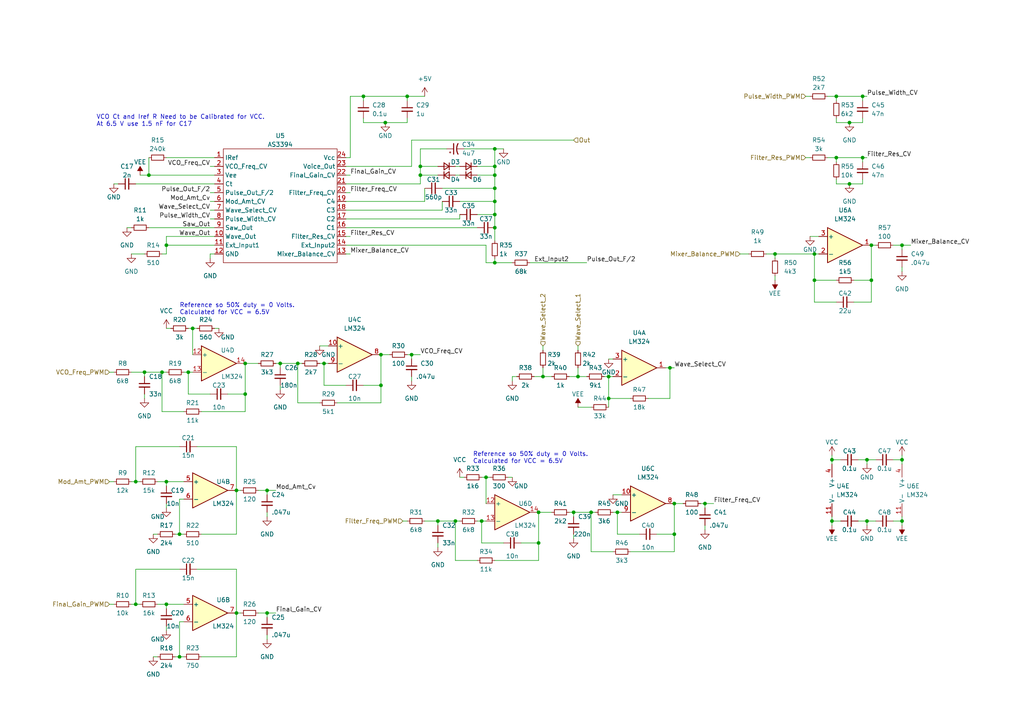
<source format=kicad_sch>
(kicad_sch (version 20211123) (generator eeschema)
  (paper "A4")
  (junction (at 48.26 71.12))
  (junction (at 143.51 76.2))
  (junction (at 68.58 177.8))
  (junction (at 52.07 190.5))
  (junction (at 195.58 146.05))
  (junction (at 204.47 146.05))
  (junction (at 176.53 109.22))
  (junction (at 242.57 27.94))
  (junction (at 71.12 114.3))
  (junction (at 77.47 177.8))
  (junction (at 250.19 45.72))
  (junction (at 54.61 107.95))
  (junction (at 157.48 109.22))
  (junction (at 250.19 27.94))
  (junction (at 52.07 154.94))
  (junction (at 156.21 157.48))
  (junction (at 179.07 148.59))
  (junction (at 166.37 148.59))
  (junction (at 143.51 54.61))
  (junction (at 194.31 106.68))
  (junction (at 110.49 102.87))
  (junction (at 77.47 142.24))
  (junction (at 86.36 105.41))
  (junction (at 252.73 71.12))
  (junction (at 261.62 71.12))
  (junction (at 48.26 139.7))
  (junction (at 143.51 48.26))
  (junction (at 251.46 133.35))
  (junction (at 251.46 151.13))
  (junction (at 119.38 102.87))
  (junction (at 236.22 73.66))
  (junction (at 110.49 111.76))
  (junction (at 252.73 81.28))
  (junction (at 81.28 105.41))
  (junction (at 195.58 154.94))
  (junction (at 127 151.13))
  (junction (at 41.91 107.95))
  (junction (at 68.58 142.24))
  (junction (at 261.62 133.35))
  (junction (at 43.18 50.8))
  (junction (at 121.92 50.8))
  (junction (at 242.57 45.72))
  (junction (at 39.37 139.7))
  (junction (at 143.51 50.8))
  (junction (at 176.53 115.57))
  (junction (at 111.76 35.56))
  (junction (at 167.64 109.22))
  (junction (at 39.37 175.26))
  (junction (at 55.88 95.25))
  (junction (at 241.3 133.35))
  (junction (at 139.7 151.13))
  (junction (at 224.79 73.66))
  (junction (at 143.51 66.04))
  (junction (at 241.3 151.13))
  (junction (at 121.92 48.26))
  (junction (at 143.51 43.18))
  (junction (at 246.38 53.34))
  (junction (at 71.12 105.41))
  (junction (at 143.51 62.23))
  (junction (at 156.21 148.59))
  (junction (at 118.11 27.94))
  (junction (at 261.62 151.13))
  (junction (at 236.22 81.28))
  (junction (at 132.08 151.13))
  (junction (at 46.99 107.95))
  (junction (at 171.45 148.59))
  (junction (at 246.38 35.56))
  (junction (at 48.26 175.26))
  (junction (at 143.51 58.42))
  (junction (at 140.97 138.43))
  (junction (at 105.41 27.94))
  (junction (at 93.98 105.41))
  (wire (pts (xy 105.41 27.94) (xy 118.11 27.94)))
  (wire (pts (xy 242.57 87.63) (xy 236.22 87.63)))
  (wire (pts (xy 240.03 45.72) (xy 242.57 45.72)))
  (wire (pts (xy 261.62 133.35) (xy 261.62 134.62)))
  (wire (pts (xy 100.33 45.72) (xy 101.6 45.72)))
  (wire (pts (xy 52.07 190.5) (xy 53.34 190.5)))
  (wire (pts (xy 77.47 177.8) (xy 80.01 177.8)))
  (wire (pts (xy 105.41 29.21) (xy 105.41 27.94)))
  (wire (pts (xy 194.31 106.68) (xy 193.04 106.68)))
  (wire (pts (xy 156.21 148.59) (xy 156.21 157.48)))
  (wire (pts (xy 241.3 151.13) (xy 243.84 151.13)))
  (wire (pts (xy 241.3 133.35) (xy 241.3 134.62)))
  (wire (pts (xy 116.84 151.13) (xy 118.11 151.13)))
  (wire (pts (xy 52.07 154.94) (xy 53.34 154.94)))
  (wire (pts (xy 45.72 139.7) (xy 48.26 139.7)))
  (wire (pts (xy 128.27 60.96) (xy 128.27 58.42)))
  (wire (pts (xy 224.79 74.93) (xy 224.79 73.66)))
  (wire (pts (xy 171.45 148.59) (xy 172.72 148.59)))
  (wire (pts (xy 58.42 154.94) (xy 68.58 154.94)))
  (wire (pts (xy 242.57 52.07) (xy 242.57 53.34)))
  (wire (pts (xy 100.33 63.5) (xy 133.35 63.5)))
  (wire (pts (xy 140.97 76.2) (xy 143.51 76.2)))
  (wire (pts (xy 80.01 105.41) (xy 81.28 105.41)))
  (wire (pts (xy 48.26 175.26) (xy 48.26 176.53)))
  (wire (pts (xy 190.5 154.94) (xy 195.58 154.94)))
  (wire (pts (xy 48.26 95.25) (xy 49.53 95.25)))
  (wire (pts (xy 100.33 73.66) (xy 101.6 73.66)))
  (wire (pts (xy 119.38 40.64) (xy 166.37 40.64)))
  (wire (pts (xy 165.1 109.22) (xy 167.64 109.22)))
  (wire (pts (xy 77.47 184.15) (xy 77.47 185.42)))
  (wire (pts (xy 48.26 68.58) (xy 48.26 71.12)))
  (wire (pts (xy 38.1 139.7) (xy 39.37 139.7)))
  (wire (pts (xy 176.53 115.57) (xy 182.88 115.57)))
  (wire (pts (xy 251.46 151.13) (xy 254 151.13)))
  (wire (pts (xy 55.88 95.25) (xy 55.88 102.87)))
  (wire (pts (xy 250.19 35.56) (xy 250.19 34.29)))
  (wire (pts (xy 157.48 106.68) (xy 157.48 109.22)))
  (wire (pts (xy 100.33 60.96) (xy 128.27 60.96)))
  (wire (pts (xy 236.22 73.66) (xy 237.49 73.66)))
  (wire (pts (xy 38.1 107.95) (xy 41.91 107.95)))
  (wire (pts (xy 182.88 160.02) (xy 195.58 160.02)))
  (wire (pts (xy 97.79 116.84) (xy 110.49 116.84)))
  (wire (pts (xy 148.59 109.22) (xy 148.59 110.49)))
  (wire (pts (xy 132.08 151.13) (xy 127 151.13)))
  (wire (pts (xy 100.33 66.04) (xy 138.43 66.04)))
  (wire (pts (xy 143.51 48.26) (xy 143.51 50.8)))
  (wire (pts (xy 195.58 146.05) (xy 195.58 154.94)))
  (wire (pts (xy 53.34 107.95) (xy 54.61 107.95)))
  (wire (pts (xy 224.79 73.66) (xy 236.22 73.66)))
  (wire (pts (xy 250.19 46.99) (xy 250.19 45.72)))
  (wire (pts (xy 38.1 66.04) (xy 36.83 66.04)))
  (wire (pts (xy 121.92 53.34) (xy 121.92 50.8)))
  (wire (pts (xy 39.37 165.1) (xy 39.37 175.26)))
  (wire (pts (xy 43.18 66.04) (xy 62.23 66.04)))
  (wire (pts (xy 156.21 157.48) (xy 156.21 162.56)))
  (wire (pts (xy 39.37 139.7) (xy 40.64 139.7)))
  (wire (pts (xy 77.47 142.24) (xy 80.01 142.24)))
  (wire (pts (xy 167.64 118.11) (xy 171.45 118.11)))
  (wire (pts (xy 251.46 133.35) (xy 254 133.35)))
  (wire (pts (xy 60.96 63.5) (xy 62.23 63.5)))
  (wire (pts (xy 48.26 181.61) (xy 48.26 182.88)))
  (wire (pts (xy 86.36 105.41) (xy 87.63 105.41)))
  (wire (pts (xy 140.97 71.12) (xy 140.97 76.2)))
  (wire (pts (xy 177.8 143.51) (xy 180.34 143.51)))
  (wire (pts (xy 81.28 105.41) (xy 86.36 105.41)))
  (wire (pts (xy 92.71 100.33) (xy 95.25 100.33)))
  (wire (pts (xy 48.26 107.95) (xy 46.99 107.95)))
  (wire (pts (xy 100.33 71.12) (xy 140.97 71.12)))
  (wire (pts (xy 86.36 105.41) (xy 86.36 116.84)))
  (wire (pts (xy 187.96 115.57) (xy 194.31 115.57)))
  (wire (pts (xy 138.43 50.8) (xy 143.51 50.8)))
  (wire (pts (xy 68.58 177.8) (xy 69.85 177.8)))
  (wire (pts (xy 166.37 154.94) (xy 166.37 156.21)))
  (wire (pts (xy 46.99 107.95) (xy 41.91 107.95)))
  (wire (pts (xy 246.38 35.56) (xy 250.19 35.56)))
  (wire (pts (xy 242.57 81.28) (xy 236.22 81.28)))
  (wire (pts (xy 171.45 160.02) (xy 177.8 160.02)))
  (wire (pts (xy 101.6 27.94) (xy 105.41 27.94)))
  (wire (pts (xy 71.12 114.3) (xy 71.12 119.38)))
  (wire (pts (xy 179.07 148.59) (xy 180.34 148.59)))
  (wire (pts (xy 48.26 71.12) (xy 62.23 71.12)))
  (wire (pts (xy 241.3 151.13) (xy 241.3 152.4)))
  (wire (pts (xy 240.03 27.94) (xy 242.57 27.94)))
  (wire (pts (xy 167.64 106.68) (xy 167.64 109.22)))
  (wire (pts (xy 48.26 146.05) (xy 48.26 147.32)))
  (wire (pts (xy 53.34 144.78) (xy 52.07 144.78)))
  (wire (pts (xy 60.96 58.42) (xy 62.23 58.42)))
  (wire (pts (xy 60.96 60.96) (xy 62.23 60.96)))
  (wire (pts (xy 132.08 151.13) (xy 132.08 162.56)))
  (wire (pts (xy 46.99 107.95) (xy 46.99 119.38)))
  (wire (pts (xy 251.46 151.13) (xy 251.46 152.4)))
  (wire (pts (xy 60.96 74.93) (xy 60.96 73.66)))
  (wire (pts (xy 41.91 107.95) (xy 41.91 109.22)))
  (wire (pts (xy 250.19 45.72) (xy 251.46 45.72)))
  (wire (pts (xy 139.7 151.13) (xy 139.7 157.48)))
  (wire (pts (xy 247.65 81.28) (xy 252.73 81.28)))
  (wire (pts (xy 149.86 109.22) (xy 148.59 109.22)))
  (wire (pts (xy 100.33 53.34) (xy 121.92 53.34)))
  (wire (pts (xy 252.73 71.12) (xy 252.73 81.28)))
  (wire (pts (xy 86.36 116.84) (xy 92.71 116.84)))
  (wire (pts (xy 118.11 27.94) (xy 118.11 29.21)))
  (wire (pts (xy 93.98 105.41) (xy 93.98 111.76)))
  (wire (pts (xy 31.75 139.7) (xy 33.02 139.7)))
  (wire (pts (xy 92.71 105.41) (xy 93.98 105.41)))
  (wire (pts (xy 242.57 53.34) (xy 246.38 53.34)))
  (wire (pts (xy 81.28 111.76) (xy 81.28 113.03)))
  (wire (pts (xy 157.48 100.33) (xy 157.48 101.6)))
  (wire (pts (xy 132.08 48.26) (xy 133.35 48.26)))
  (wire (pts (xy 259.08 151.13) (xy 261.62 151.13)))
  (wire (pts (xy 143.51 162.56) (xy 156.21 162.56)))
  (wire (pts (xy 250.19 53.34) (xy 250.19 52.07)))
  (wire (pts (xy 54.61 107.95) (xy 55.88 107.95)))
  (wire (pts (xy 146.05 43.18) (xy 143.51 43.18)))
  (wire (pts (xy 204.47 146.05) (xy 203.2 146.05)))
  (wire (pts (xy 48.26 139.7) (xy 53.34 139.7)))
  (wire (pts (xy 261.62 77.47) (xy 261.62 78.74)))
  (wire (pts (xy 241.3 132.08) (xy 241.3 133.35)))
  (wire (pts (xy 38.1 175.26) (xy 39.37 175.26)))
  (wire (pts (xy 140.97 138.43) (xy 142.24 138.43)))
  (wire (pts (xy 143.51 74.93) (xy 143.51 76.2)))
  (wire (pts (xy 43.18 50.8) (xy 62.23 50.8)))
  (wire (pts (xy 48.26 175.26) (xy 53.34 175.26)))
  (wire (pts (xy 45.72 175.26) (xy 48.26 175.26)))
  (wire (pts (xy 54.61 95.25) (xy 55.88 95.25)))
  (wire (pts (xy 68.58 165.1) (xy 68.58 177.8)))
  (wire (pts (xy 259.08 133.35) (xy 261.62 133.35)))
  (wire (pts (xy 167.64 100.33) (xy 167.64 101.6)))
  (wire (pts (xy 93.98 105.41) (xy 95.25 105.41)))
  (wire (pts (xy 204.47 146.05) (xy 207.01 146.05)))
  (wire (pts (xy 143.51 76.2) (xy 148.59 76.2)))
  (wire (pts (xy 143.51 62.23) (xy 143.51 58.42)))
  (wire (pts (xy 34.29 53.34) (xy 33.02 53.34)))
  (wire (pts (xy 118.11 27.94) (xy 123.19 27.94)))
  (wire (pts (xy 121.92 48.26) (xy 127 48.26)))
  (wire (pts (xy 134.62 43.18) (xy 143.51 43.18)))
  (wire (pts (xy 252.73 87.63) (xy 247.65 87.63)))
  (wire (pts (xy 133.35 63.5) (xy 133.35 62.23)))
  (wire (pts (xy 261.62 149.86) (xy 261.62 151.13)))
  (wire (pts (xy 250.19 27.94) (xy 251.46 27.94)))
  (wire (pts (xy 60.96 73.66) (xy 62.23 73.66)))
  (wire (pts (xy 252.73 81.28) (xy 252.73 87.63)))
  (wire (pts (xy 171.45 148.59) (xy 171.45 160.02)))
  (wire (pts (xy 105.41 35.56) (xy 111.76 35.56)))
  (wire (pts (xy 52.07 180.34) (xy 52.07 190.5)))
  (wire (pts (xy 39.37 129.54) (xy 52.07 129.54)))
  (wire (pts (xy 132.08 50.8) (xy 133.35 50.8)))
  (wire (pts (xy 250.19 29.21) (xy 250.19 27.94)))
  (wire (pts (xy 74.93 142.24) (xy 77.47 142.24)))
  (wire (pts (xy 251.46 133.35) (xy 251.46 134.62)))
  (wire (pts (xy 39.37 175.26) (xy 40.64 175.26)))
  (wire (pts (xy 54.61 114.3) (xy 60.96 114.3)))
  (wire (pts (xy 68.58 129.54) (xy 68.58 142.24)))
  (wire (pts (xy 31.75 175.26) (xy 33.02 175.26)))
  (wire (pts (xy 46.99 119.38) (xy 53.34 119.38)))
  (wire (pts (xy 58.42 119.38) (xy 71.12 119.38)))
  (wire (pts (xy 39.37 165.1) (xy 52.07 165.1)))
  (wire (pts (xy 60.96 55.88) (xy 62.23 55.88)))
  (wire (pts (xy 39.37 53.34) (xy 62.23 53.34)))
  (wire (pts (xy 147.32 138.43) (xy 148.59 138.43)))
  (wire (pts (xy 77.47 179.07) (xy 77.47 177.8)))
  (wire (pts (xy 119.38 109.22) (xy 119.38 110.49)))
  (wire (pts (xy 250.19 27.94) (xy 242.57 27.94)))
  (wire (pts (xy 236.22 87.63) (xy 236.22 81.28)))
  (wire (pts (xy 252.73 71.12) (xy 254 71.12)))
  (wire (pts (xy 44.45 154.94) (xy 45.72 154.94)))
  (wire (pts (xy 133.35 138.43) (xy 134.62 138.43)))
  (wire (pts (xy 138.43 62.23) (xy 143.51 62.23)))
  (wire (pts (xy 57.15 165.1) (xy 68.58 165.1)))
  (wire (pts (xy 40.64 50.8) (xy 43.18 50.8)))
  (wire (pts (xy 157.48 109.22) (xy 160.02 109.22)))
  (wire (pts (xy 153.67 76.2) (xy 170.18 76.2)))
  (wire (pts (xy 111.76 35.56) (xy 118.11 35.56)))
  (wire (pts (xy 48.26 68.58) (xy 62.23 68.58)))
  (wire (pts (xy 105.41 111.76) (xy 110.49 111.76)))
  (wire (pts (xy 132.08 162.56) (xy 138.43 162.56)))
  (wire (pts (xy 74.93 177.8) (xy 77.47 177.8)))
  (wire (pts (xy 179.07 148.59) (xy 179.07 154.94)))
  (wire (pts (xy 151.13 157.48) (xy 156.21 157.48)))
  (wire (pts (xy 143.51 66.04) (xy 143.51 62.23)))
  (wire (pts (xy 248.92 133.35) (xy 251.46 133.35)))
  (wire (pts (xy 119.38 102.87) (xy 118.11 102.87)))
  (wire (pts (xy 167.64 109.22) (xy 170.18 109.22)))
  (wire (pts (xy 101.6 45.72) (xy 101.6 27.94)))
  (wire (pts (xy 119.38 40.64) (xy 119.38 48.26)))
  (wire (pts (xy 261.62 132.08) (xy 261.62 133.35)))
  (wire (pts (xy 233.68 27.94) (xy 234.95 27.94)))
  (wire (pts (xy 261.62 71.12) (xy 259.08 71.12)))
  (wire (pts (xy 71.12 105.41) (xy 74.93 105.41)))
  (wire (pts (xy 176.53 115.57) (xy 176.53 118.11)))
  (wire (pts (xy 143.51 54.61) (xy 128.27 54.61)))
  (wire (pts (xy 57.15 129.54) (xy 68.58 129.54)))
  (wire (pts (xy 71.12 105.41) (xy 71.12 114.3)))
  (wire (pts (xy 43.18 45.72) (xy 43.18 50.8)))
  (wire (pts (xy 139.7 157.48) (xy 146.05 157.48)))
  (wire (pts (xy 176.53 109.22) (xy 176.53 115.57)))
  (wire (pts (xy 242.57 34.29) (xy 242.57 35.56)))
  (wire (pts (xy 58.42 190.5) (xy 68.58 190.5)))
  (wire (pts (xy 39.37 129.54) (xy 39.37 139.7)))
  (wire (pts (xy 100.33 50.8) (xy 101.6 50.8)))
  (wire (pts (xy 38.1 73.66) (xy 41.91 73.66)))
  (wire (pts (xy 224.79 80.01) (xy 224.79 81.28)))
  (wire (pts (xy 110.49 111.76) (xy 110.49 116.84)))
  (wire (pts (xy 234.95 68.58) (xy 237.49 68.58)))
  (wire (pts (xy 110.49 102.87) (xy 113.03 102.87)))
  (wire (pts (xy 214.63 73.66) (xy 217.17 73.66)))
  (wire (pts (xy 46.99 73.66) (xy 48.26 73.66)))
  (wire (pts (xy 100.33 58.42) (xy 123.19 58.42)))
  (wire (pts (xy 176.53 104.14) (xy 177.8 104.14)))
  (wire (pts (xy 154.94 109.22) (xy 157.48 109.22)))
  (wire (pts (xy 143.51 58.42) (xy 143.51 54.61)))
  (wire (pts (xy 121.92 43.18) (xy 129.54 43.18)))
  (wire (pts (xy 68.58 142.24) (xy 69.85 142.24)))
  (wire (pts (xy 68.58 154.94) (xy 68.58 142.24)))
  (wire (pts (xy 166.37 149.86) (xy 166.37 148.59)))
  (wire (pts (xy 54.61 107.95) (xy 54.61 114.3)))
  (wire (pts (xy 121.92 50.8) (xy 121.92 48.26)))
  (wire (pts (xy 248.92 151.13) (xy 251.46 151.13)))
  (wire (pts (xy 119.38 104.14) (xy 119.38 102.87)))
  (wire (pts (xy 165.1 148.59) (xy 166.37 148.59)))
  (wire (pts (xy 195.58 154.94) (xy 195.58 160.02)))
  (wire (pts (xy 261.62 72.39) (xy 261.62 71.12)))
  (wire (pts (xy 48.26 45.72) (xy 62.23 45.72)))
  (wire (pts (xy 100.33 48.26) (xy 119.38 48.26)))
  (wire (pts (xy 241.3 149.86) (xy 241.3 151.13)))
  (wire (pts (xy 242.57 35.56) (xy 246.38 35.56)))
  (wire (pts (xy 60.96 48.26) (xy 62.23 48.26)))
  (wire (pts (xy 143.51 43.18) (xy 143.51 48.26)))
  (wire (pts (xy 261.62 71.12) (xy 264.16 71.12)))
  (wire (pts (xy 52.07 180.34) (xy 53.34 180.34)))
  (wire (pts (xy 179.07 154.94) (xy 185.42 154.94)))
  (wire (pts (xy 250.19 45.72) (xy 242.57 45.72)))
  (wire (pts (xy 166.37 148.59) (xy 171.45 148.59)))
  (wire (pts (xy 55.88 95.25) (xy 57.15 95.25)))
  (wire (pts (xy 62.23 95.25) (xy 63.5 95.25)))
  (wire (pts (xy 246.38 53.34) (xy 250.19 53.34)))
  (wire (pts (xy 81.28 106.68) (xy 81.28 105.41)))
  (wire (pts (xy 176.53 109.22) (xy 177.8 109.22)))
  (wire (pts (xy 139.7 138.43) (xy 140.97 138.43)))
  (wire (pts (xy 233.68 45.72) (xy 234.95 45.72)))
  (wire (pts (xy 139.7 151.13) (xy 140.97 151.13)))
  (wire (pts (xy 100.33 55.88) (xy 101.6 55.88)))
  (wire (pts (xy 48.26 71.12) (xy 48.26 73.66)))
  (wire (pts (xy 66.04 114.3) (xy 71.12 114.3)))
  (wire (pts (xy 204.47 147.32) (xy 204.47 146.05)))
  (wire (pts (xy 123.19 151.13) (xy 127 151.13)))
  (wire (pts (xy 100.33 68.58) (xy 101.6 68.58)))
  (wire (pts (xy 118.11 34.29) (xy 118.11 35.56)))
  (wire (pts (xy 194.31 106.68) (xy 195.58 106.68)))
  (wire (pts (xy 195.58 146.05) (xy 198.12 146.05)))
  (wire (pts (xy 143.51 50.8) (xy 143.51 54.61)))
  (wire (pts (xy 105.41 34.29) (xy 105.41 35.56)))
  (wire (pts (xy 127 157.48) (xy 127 158.75)))
  (wire (pts (xy 44.45 190.5) (xy 45.72 190.5)))
  (wire (pts (xy 261.62 151.13) (xy 261.62 152.4)))
  (wire (pts (xy 143.51 66.04) (xy 143.51 69.85)))
  (wire (pts (xy 77.47 143.51) (xy 77.47 142.24)))
  (wire (pts (xy 123.19 58.42) (xy 123.19 54.61)))
  (wire (pts (xy 241.3 133.35) (xy 243.84 133.35)))
  (wire (pts (xy 31.75 107.95) (xy 33.02 107.95)))
  (wire (pts (xy 204.47 152.4) (xy 204.47 153.67)))
  (wire (pts (xy 68.58 177.8) (xy 68.58 190.5)))
  (wire (pts (xy 236.22 81.28) (xy 236.22 73.66)))
  (wire (pts (xy 52.07 144.78) (xy 52.07 154.94)))
  (wire (pts (xy 177.8 148.59) (xy 179.07 148.59)))
  (wire (pts (xy 133.35 58.42) (xy 143.51 58.42)))
  (wire (pts (xy 127 151.13) (xy 127 152.4)))
  (wire (pts (xy 77.47 148.59) (xy 77.47 149.86)))
  (wire (pts (xy 119.38 102.87) (xy 121.92 102.87)))
  (wire (pts (xy 50.8 190.5) (xy 52.07 190.5)))
  (wire (pts (xy 121.92 43.18) (xy 121.92 48.26)))
  (wire (pts (xy 175.26 109.22) (xy 176.53 109.22)))
  (wire (pts (xy 194.31 115.57) (xy 194.31 106.68)))
  (wire (pts (xy 242.57 45.72) (xy 242.57 46.99)))
  (wire (pts (xy 48.26 139.7) (xy 48.26 140.97)))
  (wire (pts (xy 133.35 151.13) (xy 132.08 151.13)))
  (wire (pts (xy 224.79 73.66) (xy 222.25 73.66)))
  (wire (pts (xy 138.43 48.26) (xy 143.51 48.26)))
  (wire (pts (xy 138.43 151.13) (xy 139.7 151.13)))
  (wire (pts (xy 121.92 50.8) (xy 127 50.8)))
  (wire (pts (xy 156.21 148.59) (xy 160.02 148.59)))
  (wire (pts (xy 140.97 138.43) (xy 140.97 146.05)))
  (wire (pts (xy 242.57 27.94) (xy 242.57 29.21)))
  (wire (pts (xy 93.98 111.76) (xy 100.33 111.76)))
  (wire (pts (xy 41.91 114.3) (xy 41.91 115.57)))
  (wire (pts (xy 110.49 102.87) (xy 110.49 111.76)))
  (wire (pts (xy 50.8 154.94) (xy 52.07 154.94)))
  (text "Reference so 50% duty = 0 Volts. \nCalculated for VCC = 6.5V" (at 137.16 134.62 0) (effects (font (size 1.27 1.27)) (justify left bottom)))
  (text "Reference so 50% duty = 0 Volts. \nCalculated for VCC = 6.5V" (at 52.07 91.44 0) (effects (font (size 1.27 1.27)) (justify left bottom)))
  (text "VCO Ct and Iref R Need to be Calibrated for VCC.\nAt 6.5 V use 1.5 nF for C17" (at 27.94 36.83 0) (effects (font (size 1.27 1.27)) (justify left bottom)))
  (label "Final_Gain_CV" (at 80.01 177.8 0))
  (label "Filter_Res_CV" (at 251.46 45.72 0))
  (label "Wave_Select_CV" (at 195.58 106.68 0))
  (label "Pulse_Width_CV" (at 251.46 27.94 0))
  (label "Mixer_Balance_CV" (at 101.6 73.66 0))
  (label "Filter_Freq_CV" (at 207.01 146.05 0))
  (label "Filter_Freq_CV" (at 101.6 55.88 0))
  (label "Ext_Input2" (at 154.94 76.2 0))
  (label "VCO_Freq_CV" (at 60.96 48.26 180))
  (label "Wave_Out" (at 60.96 68.58 180))
  (label "Wave_Select_CV" (at 60.96 60.96 180))
  (label "VCO_Freq_CV" (at 121.92 102.87 0))
  (label "Mixer_Balance_CV" (at 264.16 71.12 0))
  (label "Mod_Amt_Cv" (at 60.96 58.42 180))
  (label "Pulse_Width_CV" (at 60.96 63.5 180))
  (label "Pulse_Out_F{slash}2" (at 60.96 55.88 180))
  (label "Mod_Amt_Cv" (at 80.01 142.24 0))
  (label "Pulse_Out_F{slash}2" (at 170.18 76.2 0))
  (label "Filter_Res_CV" (at 101.6 68.58 0))
  (label "Saw_Out" (at 60.96 66.04 180))
  (label "Final_Gain_CV" (at 101.6 50.8 0))
  (hierarchical_label "Mixer_Balance_PWM" (shape input) (at 214.63 73.66 180))
  (hierarchical_label "Final_Gain_PWM" (shape input) (at 31.75 175.26 180))
  (hierarchical_label "Mod_Amt_PWM" (shape input) (at 31.75 139.7 180))
  (hierarchical_label "Filter_Freq_PWM" (shape input) (at 116.84 151.13 180))
  (hierarchical_label "Wave_Select_2" (shape input) (at 157.48 100.33 90))
  (hierarchical_label "Pulse_Width_PWM" (shape input) (at 233.68 27.94 180))
  (hierarchical_label "Out" (shape input) (at 166.37 40.64 0))
  (hierarchical_label "Wave_Select_1" (shape input) (at 167.64 100.33 90))
  (hierarchical_label "VCO_Freq_PWM" (shape input) (at 31.75 107.95 180))
  (hierarchical_label "Filter_Res_PWM" (shape input) (at 233.68 45.72 180))
  (symbol (lib_id "Device:R_Small") (at 35.56 175.26 90) (unit 1)
    (property "Reference" "R10" (at 35.56 172.72 90))
    (property "Value" "10k" (at 35.56 177.8 90))
    (property "Footprint" "Resistor_SMD:R_0402_1005Metric" (effects hide))
  )
  (symbol (lib_id "Device:R_Small") (at 152.4 109.22 90) (unit 1)
    (property "Reference" "R38" (at 152.4 106.68 90))
    (property "Value" "2k" (at 152.4 111.76 90))
    (property "Footprint" "Resistor_SMD:R_0402_1005Metric" (effects hide))
  )
  (symbol (lib_id "Device:C_Small") (at 118.11 31.75 0) (unit 1)
    (property "Reference" "C29" (at 120.65 30.4862 0) (effects (justify left)))
    (property "Value" "1u" (at 120.65 33.0262 0) (effects (justify left)))
    (property "Footprint" "Capacitor_SMD:C_0402_1005Metric" (effects hide))
  )
  (symbol (lib_id "Device:C_Small") (at 54.61 129.54 90) (unit 1)
    (property "Reference" "C21" (at 54.61 127 90))
    (property "Value" "15n" (at 54.61 132.08 90))
    (property "Footprint" "Capacitor_SMD:C_0603_1608Metric" (effects hide))
  )
  (symbol (lib_id "Device:R_Small") (at 120.65 151.13 90) (unit 1)
    (property "Reference" "R31" (at 120.65 148.59 90))
    (property "Value" "6k8" (at 120.65 153.67 90))
    (property "Footprint" "Resistor_SMD:R_0402_1005Metric" (effects hide))
  )
  (symbol (lib_id "Device:C_Small") (at 48.26 143.51 0) (unit 1)
    (property "Reference" "C19" (at 49.53 142.24 0) (effects (justify left)))
    (property "Value" "10n" (at 48.26 146.05 0) (effects (justify left)))
    (property "Footprint" "Capacitor_SMD:C_0402_1005Metric" (effects hide))
  )
  (symbol (lib_id "power:GND") (at 148.59 110.49 0) (unit 1)
    (property "Reference" "#PWR048" (effects hide))
    (property "Value" "GND" (at 148.59 115.57 0))
  )
  (symbol (lib_id "Device:C_Small") (at 105.41 31.75 0) (unit 1)
    (property "Reference" "C28" (at 107.95 30.4862 0) (effects (justify left)))
    (property "Value" "0.1u" (at 107.95 33.0262 0) (effects (justify left)))
    (property "Footprint" "Capacitor_SMD:C_0402_1005Metric" (effects hide))
  )
  (symbol (lib_id "power:VEE") (at 40.64 50.8 0) (unit 1)
    (property "Reference" "#PWR027" (effects hide))
    (property "Value" "VEE" (at 40.64 46.99 0))
  )
  (symbol (lib_id "Device:R_Small") (at 55.88 190.5 90) (unit 1)
    (property "Reference" "R23" (at 55.88 187.96 90))
    (property "Value" "750" (at 55.88 193.04 90))
    (property "Footprint" "Resistor_SMD:R_0603_1608Metric" (effects hide))
  )
  (symbol (lib_id "power:VCC") (at 48.26 95.25 0) (unit 1)
    (property "Reference" "#PWR032" (effects hide))
    (property "Value" "VCC" (at 48.26 90.17 0))
  )
  (symbol (lib_id "Device:R_Small") (at 157.48 104.14 0) (unit 1)
    (property "Reference" "R39" (at 158.75 102.87 0) (effects (justify left)))
    (property "Value" "2k" (at 158.75 105.41 0) (effects (justify left)))
    (property "Footprint" "Resistor_SMD:R_0402_1005Metric" (effects hide))
  )
  (symbol (lib_id "power:GND") (at 38.1 73.66 0) (unit 1)
    (property "Reference" "#PWR028" (effects hide))
    (property "Value" "GND" (at 38.1 78.74 0))
  )
  (symbol (lib_id "Device:R_Small") (at 40.64 66.04 90) (unit 1)
    (property "Reference" "R11" (at 40.64 60.96 90))
    (property "Value" "1k" (at 40.64 63.5 90))
    (property "Footprint" "Resistor_SMD:R_0402_1005Metric" (effects hide))
  )
  (symbol (lib_id "power:VCC") (at 261.62 132.08 0) (unit 1)
    (property "Reference" "#PWR065" (effects hide))
    (property "Value" "VCC" (at 261.62 128.27 0))
  )
  (symbol (lib_id "Device:R_Small") (at 173.99 118.11 90) (unit 1)
    (property "Reference" "R44" (at 173.99 115.57 90))
    (property "Value" "33k" (at 173.99 120.65 90))
    (property "Footprint" "Resistor_SMD:R_0402_1005Metric" (effects hide))
  )
  (symbol (lib_id "Device:C_Small") (at 77.47 181.61 0) (unit 1)
    (property "Reference" "C25" (at 78.74 179.07 0) (effects (justify left)))
    (property "Value" ".047u" (at 78.74 184.15 0) (effects (justify left)))
    (property "Footprint" "Capacitor_SMD:C_0603_1608Metric" (effects hide))
  )
  (symbol (lib_id "power:GND") (at 127 158.75 0) (unit 1)
    (property "Reference" "#PWR043" (effects hide))
    (property "Value" "GND" (at 127 163.83 0))
  )
  (symbol (lib_id "Device:R_Small") (at 135.89 151.13 90) (unit 1)
    (property "Reference" "R32" (at 135.89 148.59 90))
    (property "Value" "6k8" (at 135.89 153.67 90))
    (property "Footprint" "Resistor_SMD:R_0402_1005Metric" (effects hide))
  )
  (symbol (lib_id "Device:R_Small") (at 43.18 175.26 90) (unit 1)
    (property "Reference" "R13" (at 43.18 172.72 90))
    (property "Value" "16k" (at 43.18 177.8 90))
    (property "Footprint" "Resistor_SMD:R_0805_2012Metric" (effects hide))
  )
  (symbol (lib_id "Device:C_Small") (at 63.5 114.3 90) (unit 1)
    (property "Reference" "C23" (at 63.5 111.76 90))
    (property "Value" "10n" (at 63.5 118.11 90))
    (property "Footprint" "Capacitor_SMD:C_0402_1005Metric" (effects hide))
  )
  (symbol (lib_id "power:GND") (at 77.47 149.86 0) (unit 1)
    (property "Reference" "#PWR037" (effects hide))
    (property "Value" "GND" (at 77.47 154.94 0))
  )
  (symbol (lib_id "Device:C_Small") (at 166.37 152.4 0) (unit 1)
    (property "Reference" "C39" (at 167.64 149.86 0) (effects (justify left)))
    (property "Value" "220n" (at 166.37 154.94 0) (effects (justify left)))
    (property "Footprint" "Capacitor_SMD:C_0402_1005Metric" (effects hide))
  )
  (symbol (lib_id "Amplifier_Operational:LM324") (at 60.96 177.8 0) (unit 2)
    (property "Reference" "U6" (at 64.77 173.99 0))
    (property "Value" "LM324" (at 64.77 181.61 0))
    (property "Footprint" "Package_SO:SOIC-14_3.9x8.7mm_P1.27mm" (effects hide))
    (property "Datasheet" "http://www.ti.com/lit/ds/symlink/lm2902-n.pdf" (effects hide))
  )
  (symbol (lib_id "Device:C_Small") (at 127 154.94 0) (unit 1)
    (property "Reference" "C32" (at 128.27 152.4 0) (effects (justify left)))
    (property "Value" "33n" (at 128.27 157.48 0) (effects (justify left)))
    (property "Footprint" "Capacitor_SMD:C_0603_1608Metric" (effects hide))
  )
  (symbol (lib_id "Device:R_Small") (at 59.69 95.25 90) (unit 1)
    (property "Reference" "R24" (at 59.69 92.71 90))
    (property "Value" "560" (at 59.69 97.79 90))
    (property "Footprint" "Resistor_SMD:R_0603_1608Metric" (effects hide))
  )
  (symbol (lib_id "Device:R_Small") (at 185.42 115.57 90) (unit 1)
    (property "Reference" "R47" (at 185.42 113.03 90))
    (property "Value" "18k" (at 185.42 118.11 90))
    (property "Footprint" "Resistor_SMD:R_0402_1005Metric" (effects hide))
  )
  (symbol (lib_id "Device:D_Small") (at 129.54 50.8 0) (unit 1)
    (property "Reference" "D4" (at 132.08 52.07 0))
    (property "Value" "D_Small" (effects hide))
    (property "Footprint" "Diode_SMD:D_SOD-123" (effects hide))
  )
  (symbol (lib_id "Device:R_Small") (at 219.71 73.66 90) (unit 1)
    (property "Reference" "R49" (at 219.71 67.31 90))
    (property "Value" "1k" (at 219.71 69.85 90))
    (property "Footprint" "Resistor_SMD:R_0402_1005Metric" (effects hide))
  )
  (symbol (lib_id "Device:R_Small") (at 35.56 139.7 90) (unit 1)
    (property "Reference" "R9" (at 35.56 137.16 90))
    (property "Value" "12k" (at 35.56 142.24 90))
    (property "Footprint" "Resistor_SMD:R_0402_1005Metric" (effects hide))
  )
  (symbol (lib_id "Device:R_Small") (at 48.26 154.94 90) (unit 1)
    (property "Reference" "R17" (at 48.26 152.4 90))
    (property "Value" "2k4" (at 48.26 157.48 90))
    (property "Footprint" "Resistor_SMD:R_0402_1005Metric" (effects hide))
  )
  (symbol (lib_id "Device:R_Small") (at 137.16 138.43 90) (unit 1)
    (property "Reference" "R33" (at 137.16 135.89 90))
    (property "Value" "1k6" (at 137.16 140.97 90))
    (property "Footprint" "Resistor_SMD:R_0402_1005Metric" (effects hide))
  )
  (symbol (lib_id "Device:R_Small") (at 172.72 109.22 90) (unit 1)
    (property "Reference" "R43" (at 172.72 106.68 90))
    (property "Value" "9k1" (at 172.72 111.76 90))
    (property "Footprint" "Resistor_SMD:R_0603_1608Metric" (effects hide))
  )
  (symbol (lib_id "Amplifier_Operational:LM324") (at 264.16 142.24 0) (unit 5)
    (property "Reference" "U6" (at 262.89 140.9699 0) (effects (justify left)))
    (property "Value" "LM324" (at 262.89 143.5099 0) (effects (justify left)))
    (property "Footprint" "Package_SO:SOIC-14_3.9x8.7mm_P1.27mm" (effects hide))
    (property "Datasheet" "http://www.ti.com/lit/ds/symlink/lm2902-n.pdf" (effects hide))
  )
  (symbol (lib_id "Device:R_Small") (at 167.64 104.14 0) (unit 1)
    (property "Reference" "R42" (at 168.91 102.87 0) (effects (justify left)))
    (property "Value" "2k" (at 168.91 105.41 0) (effects (justify left)))
    (property "Footprint" "Resistor_SMD:R_0402_1005Metric" (effects hide))
  )
  (symbol (lib_id "Device:R_Small") (at 43.18 139.7 90) (unit 1)
    (property "Reference" "R12" (at 43.18 137.16 90))
    (property "Value" "15k" (at 43.18 142.24 90))
    (property "Footprint" "Resistor_SMD:R_0402_1005Metric" (effects hide))
  )
  (symbol (lib_id "Device:R_Small") (at 52.07 95.25 90) (unit 1)
    (property "Reference" "R20" (at 52.07 92.71 90))
    (property "Value" "3k" (at 52.07 97.79 90))
    (property "Footprint" "Resistor_SMD:R_0603_1608Metric" (effects hide))
  )
  (symbol (lib_id "power:GND") (at 81.28 113.03 0) (unit 1)
    (property "Reference" "#PWR039" (effects hide))
    (property "Value" "GND" (at 81.28 118.11 0))
  )
  (symbol (lib_id "Device:R_Small") (at 90.17 105.41 90) (unit 1)
    (property "Reference" "R28" (at 90.17 102.87 90))
    (property "Value" "2k7" (at 90.17 107.95 90))
    (property "Footprint" "Resistor_SMD:R_0603_1608Metric" (effects hide))
  )
  (symbol (lib_id "Device:C_Small") (at 54.61 165.1 90) (unit 1)
    (property "Reference" "C22" (at 54.61 162.56 90))
    (property "Value" "15n" (at 54.61 167.64 90))
    (property "Footprint" "Capacitor_SMD:C_0603_1608Metric" (effects hide))
  )
  (symbol (lib_id "power:GND") (at 48.26 147.32 0) (unit 1)
    (property "Reference" "#PWR033" (effects hide))
    (property "Value" "GND" (at 45.72 149.86 0))
  )
  (symbol (lib_id "Device:R_Small") (at 175.26 148.59 90) (unit 1)
    (property "Reference" "R45" (at 175.26 146.05 90))
    (property "Value" "3k6" (at 175.26 151.13 90))
    (property "Footprint" "Resistor_SMD:R_0603_1608Metric" (effects hide))
  )
  (symbol (lib_id "Device:C_Small") (at 256.54 151.13 90) (unit 1)
    (property "Reference" "C48" (at 256.54 148.59 90))
    (property "Value" "0.1u" (at 256.54 153.67 90))
    (property "Footprint" "Capacitor_SMD:C_0402_1005Metric" (effects hide))
  )
  (symbol (lib_id "power:VEE") (at 261.62 152.4 180) (unit 1)
    (property "Reference" "#PWR066" (effects hide))
    (property "Value" "VEE" (at 261.62 156.21 0))
  )
  (symbol (lib_id "power:GND") (at 176.53 104.14 0) (unit 1)
    (property "Reference" "#PWR052" (effects hide))
    (property "Value" "GND" (at 176.53 107.95 0))
  )
  (symbol (lib_id "power:GND") (at 77.47 185.42 0) (unit 1)
    (property "Reference" "#PWR038" (effects hide))
    (property "Value" "GND" (at 77.47 190.5 0))
  )
  (symbol (lib_id "power:GND") (at 234.95 68.58 0) (unit 1)
    (property "Reference" "#PWR057" (effects hide))
    (property "Value" "GND" (at 234.95 72.39 0))
  )
  (symbol (lib_id "Device:R_Small") (at 144.78 138.43 90) (unit 1)
    (property "Reference" "R36" (at 144.78 135.89 90))
    (property "Value" "300" (at 144.78 140.97 90))
    (property "Footprint" "Resistor_SMD:R_0402_1005Metric" (effects hide))
  )
  (symbol (lib_id "power:GND") (at 261.62 78.74 0) (unit 1)
    (property "Reference" "#PWR064" (effects hide))
    (property "Value" "GND" (at 261.62 83.82 0))
  )
  (symbol (lib_id "Device:R_Small") (at 143.51 72.39 180) (unit 1)
    (property "Reference" "R35" (at 144.78 71.12 0) (effects (justify right)))
    (property "Value" "1k" (at 144.78 73.66 0) (effects (justify right)))
    (property "Footprint" "Resistor_SMD:R_0402_1005Metric" (effects hide))
  )
  (symbol (lib_id "Device:R_Small") (at 72.39 142.24 90) (unit 1)
    (property "Reference" "R25" (at 72.39 139.7 90))
    (property "Value" "120" (at 72.39 144.78 90))
    (property "Footprint" "Resistor_SMD:R_0402_1005Metric" (effects hide))
  )
  (symbol (lib_id "power:GND") (at 36.83 66.04 0) (unit 1)
    (property "Reference" "#PWR026" (effects hide))
    (property "Value" "GND" (at 36.83 71.12 0))
  )
  (symbol (lib_id "power:GND") (at 119.38 110.49 0) (unit 1)
    (property "Reference" "#PWR042" (effects hide))
    (property "Value" "GND" (at 119.38 115.57 0))
  )
  (symbol (lib_id "Amplifier_Operational:LM324") (at 187.96 146.05 0) (unit 3)
    (property "Reference" "U6" (at 187.96 135.89 0))
    (property "Value" "LM324" (at 187.96 138.43 0))
    (property "Footprint" "Package_SO:SOIC-14_3.9x8.7mm_P1.27mm" (effects hide))
    (property "Datasheet" "http://www.ti.com/lit/ds/symlink/lm2902-n.pdf" (effects hide))
  )
  (symbol (lib_id "power:VCC") (at 133.35 138.43 0) (unit 1)
    (property "Reference" "#PWR044" (effects hide))
    (property "Value" "VCC" (at 133.35 133.35 0))
  )
  (symbol (lib_id "power:GND") (at 246.38 35.56 0) (unit 1)
    (property "Reference" "#PWR060" (effects hide))
    (property "Value" "GND" (at 246.38 40.64 0))
  )
  (symbol (lib_id "power:GND") (at 44.45 154.94 0) (unit 1)
    (property "Reference" "#PWR030" (effects hide))
    (property "Value" "GND" (at 44.45 160.02 0))
  )
  (symbol (lib_id "Amplifier_Operational:LM324") (at 102.87 102.87 0) (unit 3)
    (property "Reference" "U4" (at 102.87 92.71 0))
    (property "Value" "LM324" (at 102.87 95.25 0))
    (property "Footprint" "Package_SO:SOIC-14_3.9x8.7mm_P1.27mm" (effects hide))
    (property "Datasheet" "http://www.ti.com/lit/ds/symlink/lm2902-n.pdf" (effects hide))
  )
  (symbol (lib_id "Device:C_Small") (at 48.26 179.07 0) (unit 1)
    (property "Reference" "C20" (at 49.53 177.8 0) (effects (justify left)))
    (property "Value" "10n" (at 48.26 181.61 0) (effects (justify left)))
    (property "Footprint" "Capacitor_SMD:C_0402_1005Metric" (effects hide))
  )
  (symbol (lib_id "Device:C_Small") (at 77.47 146.05 0) (unit 1)
    (property "Reference" "C24" (at 78.74 143.51 0) (effects (justify left)))
    (property "Value" ".047u" (at 78.74 148.59 0) (effects (justify left)))
    (property "Footprint" "Capacitor_SMD:C_0603_1608Metric" (effects hide))
  )
  (symbol (lib_id "Device:R_Small") (at 77.47 105.41 90) (unit 1)
    (property "Reference" "R27" (at 77.47 102.87 90))
    (property "Value" "3k3" (at 77.47 107.95 90))
    (property "Footprint" "Resistor_SMD:R_0402_1005Metric" (effects hide))
  )
  (symbol (lib_id "Device:R_Small") (at 224.79 77.47 0) (unit 1)
    (property "Reference" "R50" (at 227.33 76.1999 0) (effects (justify left)))
    (property "Value" "4k3" (at 227.33 78.7399 0) (effects (justify left)))
    (property "Footprint" "Resistor_SMD:R_0603_1608Metric" (effects hide))
  )
  (symbol (lib_id "Device:R_Small") (at 45.72 45.72 270) (unit 1)
    (property "Reference" "R15" (at 45.72 40.64 90))
    (property "Value" "240k" (at 45.72 43.18 90))
    (property "Footprint" "Resistor_SMD:R_0603_1608Metric" (effects hide))
  )
  (symbol (lib_id "Amplifier_Operational:LM324") (at 243.84 142.24 0) (unit 5)
    (property "Reference" "U4" (at 242.57 140.9699 0) (effects (justify left)))
    (property "Value" "LM324" (at 242.57 143.5099 0) (effects (justify left)))
    (property "Footprint" "Package_SO:SOIC-14_3.9x8.7mm_P1.27mm" (effects hide))
    (property "Datasheet" "http://www.ti.com/lit/ds/symlink/lm2902-n.pdf" (effects hide))
  )
  (symbol (lib_id "Device:R_Small") (at 245.11 81.28 90) (unit 1)
    (property "Reference" "R56" (at 245.11 76.2 90))
    (property "Value" "1k5" (at 245.11 78.74 90))
    (property "Footprint" "Resistor_SMD:R_0402_1005Metric" (effects hide))
  )
  (symbol (lib_id "Device:C_Small") (at 148.59 157.48 90) (unit 1)
    (property "Reference" "C38" (at 148.59 154.94 90))
    (property "Value" "10n" (at 148.59 161.29 90))
    (property "Footprint" "Capacitor_SMD:C_0402_1005Metric" (effects hide))
  )
  (symbol (lib_id "Device:C_Small") (at 250.19 31.75 0) (unit 1)
    (property "Reference" "C45" (at 252.73 30.4862 0) (effects (justify left)))
    (property "Value" "47n" (at 252.73 33.0262 0) (effects (justify left)))
    (property "Footprint" "Capacitor_SMD:C_0603_1608Metric" (effects hide))
  )
  (symbol (lib_id "Device:C_Small") (at 261.62 74.93 0) (unit 1)
    (property "Reference" "C49" (at 264.16 73.6662 0) (effects (justify left)))
    (property "Value" ".047u" (at 264.16 76.2062 0) (effects (justify left)))
    (property "Footprint" "Capacitor_SMD:C_0603_1608Metric" (effects hide))
  )
  (symbol (lib_id "power:GND") (at 177.8 143.51 0) (unit 1)
    (property "Reference" "#PWR053" (effects hide))
    (property "Value" "GND" (at 180.34 146.05 0))
  )
  (symbol (lib_id "power:GND") (at 111.76 35.56 0) (unit 1)
    (property "Reference" "#PWR041" (effects hide))
    (property "Value" "GND" (at 111.76 39.37 0))
  )
  (symbol (lib_id "Device:R_Small") (at 242.57 49.53 0) (unit 1)
    (property "Reference" "R55" (at 243.84 48.26 0) (effects (justify left)))
    (property "Value" "10k" (at 243.84 50.8 0) (effects (justify left)))
    (property "Footprint" "Resistor_SMD:R_0402_1005Metric" (effects hide))
  )
  (symbol (lib_id "Device:R_Small") (at 44.45 73.66 90) (unit 1)
    (property "Reference" "R14" (at 44.45 71.12 90))
    (property "Value" "510" (at 44.45 76.2 90))
    (property "Footprint" "Resistor_SMD:R_0402_1005Metric" (effects hide))
  )
  (symbol (lib_id "Device:R_Small") (at 72.39 177.8 90) (unit 1)
    (property "Reference" "R26" (at 72.39 175.26 90))
    (property "Value" "120" (at 72.39 180.34 90))
    (property "Footprint" "Resistor_SMD:R_0402_1005Metric" (effects hide))
  )
  (symbol (lib_id "Device:R_Small") (at 95.25 116.84 90) (unit 1)
    (property "Reference" "R29" (at 95.25 114.3 90))
    (property "Value" "5k1" (at 95.25 119.38 90))
    (property "Footprint" "Resistor_SMD:R_0402_1005Metric" (effects hide))
  )
  (symbol (lib_id "Device:R_Small") (at 237.49 27.94 90) (unit 1)
    (property "Reference" "R52" (at 237.49 22.86 90))
    (property "Value" "2k7" (at 237.49 25.4 90))
    (property "Footprint" "Resistor_SMD:R_0603_1608Metric" (effects hide))
  )
  (symbol (lib_id "Device:C_Small") (at 204.47 149.86 0) (unit 1)
    (property "Reference" "C41" (at 207.01 148.59 0) (effects (justify left)))
    (property "Value" ".047u" (at 205.74 152.4 0) (effects (justify left)))
    (property "Footprint" "Capacitor_SMD:C_0603_1608Metric" (effects hide))
  )
  (symbol (lib_id "Device:C_Small") (at 125.73 54.61 90) (unit 1)
    (property "Reference" "C31" (at 125.73 52.07 90))
    (property "Value" "560p" (at 125.73 57.15 90))
    (property "Footprint" "Capacitor_SMD:C_0402_1005Metric" (effects hide))
  )
  (symbol (lib_id "power:VEE") (at 167.64 118.11 0) (unit 1)
    (property "Reference" "#PWR051" (effects hide))
    (property "Value" "VEE" (at 167.64 114.3 0))
  )
  (symbol (lib_id "Device:C_Small") (at 187.96 154.94 90) (unit 1)
    (property "Reference" "C40" (at 187.96 152.4 90))
    (property "Value" "10n" (at 187.96 158.75 90))
    (property "Footprint" "Capacitor_SMD:C_0402_1005Metric" (effects hide))
  )
  (symbol (lib_id "power:GND") (at 148.59 138.43 0) (unit 1)
    (property "Reference" "#PWR049" (effects hide))
    (property "Value" "GND" (at 151.13 140.97 0))
  )
  (symbol (lib_id "power:GND") (at 204.47 153.67 0) (unit 1)
    (property "Reference" "#PWR054" (effects hide))
    (property "Value" "GND" (at 204.47 158.75 0))
  )
  (symbol (lib_id "Device:C_Small") (at 102.87 111.76 90) (unit 1)
    (property "Reference" "C27" (at 102.87 109.22 90))
    (property "Value" "10n" (at 102.87 115.57 90))
    (property "Footprint" "Capacitor_SMD:C_0402_1005Metric" (effects hide))
  )
  (symbol (lib_id "Device:C_Small") (at 250.19 49.53 0) (unit 1)
    (property "Reference" "C46" (at 252.73 48.2662 0) (effects (justify left)))
    (property "Value" "47n" (at 252.73 50.8062 0) (effects (justify left)))
    (property "Footprint" "Capacitor_SMD:C_0603_1608Metric" (effects hide))
  )
  (symbol (lib_id "Device:C_Small") (at 36.83 53.34 90) (unit 1)
    (property "Reference" "C17" (at 36.83 48.26 90))
    (property "Value" "2n" (at 36.83 50.8 90))
    (property "Footprint" "Capacitor_SMD:C_0603_1608Metric" (effects hide))
  )
  (symbol (lib_id "Device:R_Small") (at 200.66 146.05 90) (unit 1)
    (property "Reference" "R48" (at 200.66 143.51 90))
    (property "Value" "100" (at 200.66 148.59 90))
    (property "Footprint" "Resistor_SMD:R_0402_1005Metric" (effects hide))
  )
  (symbol (lib_id "Bushwhacker:AS3394") (at 67.31 53.34 0) (unit 1)
    (property "Reference" "U5" (at 81.28 39.37 0))
    (property "Value" "AS3394" (at 81.28 41.91 0))
    (property "Footprint" "Package_DIP:DIP-24_W7.62mm_Socket" (effects hide))
  )
  (symbol (lib_id "Device:R_Small") (at 140.97 162.56 90) (unit 1)
    (property "Reference" "R34" (at 140.97 160.02 90))
    (property "Value" "11k" (at 140.97 165.1 90))
    (property "Footprint" "Resistor_SMD:R_0603_1608Metric" (effects hide))
  )
  (symbol (lib_id "Device:C_Small") (at 140.97 66.04 90) (unit 1)
    (property "Reference" "C37" (at 140.97 63.5 90))
    (property "Value" "33n" (at 140.97 68.58 90))
    (property "Footprint" "Capacitor_SMD:C_0603_1608Metric" (effects hide))
  )
  (symbol (lib_id "Device:C_Small") (at 119.38 106.68 0) (unit 1)
    (property "Reference" "C30" (at 121.92 105.41 0) (effects (justify left)))
    (property "Value" ".047u" (at 120.65 109.22 0) (effects (justify left)))
    (property "Footprint" "Capacitor_SMD:C_0603_1608Metric" (effects hide))
  )
  (symbol (lib_id "Device:C_Small") (at 81.28 109.22 0) (unit 1)
    (property "Reference" "C26" (at 82.55 106.68 0) (effects (justify left)))
    (property "Value" "180n" (at 81.28 111.76 0) (effects (justify left)))
    (property "Footprint" "Capacitor_SMD:C_0805_2012Metric" (effects hide))
  )
  (symbol (lib_id "Amplifier_Operational:LM324") (at 148.59 148.59 0) (unit 4)
    (property "Reference" "U6" (at 152.4 146.05 0))
    (property "Value" "LM324" (at 152.4 152.4 0))
    (property "Footprint" "Package_SO:SOIC-14_3.9x8.7mm_P1.27mm" (effects hide))
    (property "Datasheet" "http://www.ti.com/lit/ds/symlink/lm2902-n.pdf" (effects hide))
  )
  (symbol (lib_id "Device:R_Small") (at 242.57 31.75 0) (unit 1)
    (property "Reference" "R53" (at 243.84 30.48 0) (effects (justify left)))
    (property "Value" "6k2" (at 243.84 33.02 0) (effects (justify left)))
    (property "Footprint" "Resistor_SMD:R_0603_1608Metric" (effects hide))
  )
  (symbol (lib_id "Device:C_Small") (at 246.38 133.35 90) (unit 1)
    (property "Reference" "C43" (at 246.38 130.81 90))
    (property "Value" "0.1u" (at 246.38 135.89 90))
    (property "Footprint" "Capacitor_SMD:C_0402_1005Metric" (effects hide))
  )
  (symbol (lib_id "Device:C_Small") (at 246.38 151.13 90) (unit 1)
    (property "Reference" "C44" (at 246.38 148.59 90))
    (property "Value" "0.1u" (at 246.38 153.67 90))
    (property "Footprint" "Capacitor_SMD:C_0402_1005Metric" (effects hide))
  )
  (symbol (lib_id "power:VEE") (at 241.3 152.4 180) (unit 1)
    (property "Reference" "#PWR059" (effects hide))
    (property "Value" "VEE" (at 241.3 156.21 0))
  )
  (symbol (lib_id "Device:R_Small") (at 55.88 119.38 90) (unit 1)
    (property "Reference" "R21" (at 55.88 116.84 90))
    (property "Value" "11k" (at 55.88 121.92 90))
    (property "Footprint" "Resistor_SMD:R_0603_1608Metric" (effects hide))
  )
  (symbol (lib_id "Device:R_Small") (at 162.56 148.59 90) (unit 1)
    (property "Reference" "R41" (at 162.56 146.05 90))
    (property "Value" "2k2" (at 162.56 151.13 90))
    (property "Footprint" "Resistor_SMD:R_0402_1005Metric" (effects hide))
  )
  (symbol (lib_id "Device:R_Small") (at 48.26 190.5 90) (unit 1)
    (property "Reference" "R18" (at 48.26 187.96 90))
    (property "Value" "2k4" (at 48.26 193.04 90))
    (property "Footprint" "Resistor_SMD:R_0402_1005Metric" (effects hide))
  )
  (symbol (lib_id "power:GND") (at 92.71 100.33 0) (unit 1)
    (property "Reference" "#PWR040" (effects hide))
    (property "Value" "GND" (at 95.25 102.87 0))
  )
  (symbol (lib_id "power:+5V") (at 123.19 27.94 0) (unit 1)
    (property "Reference" "#PWR0101" (effects hide))
    (property "Value" "+5V" (at 123.19 22.86 0))
  )
  (symbol (lib_id "power:GND") (at 166.37 156.21 0) (unit 1)
    (property "Reference" "#PWR050" (effects hide))
    (property "Value" "GND" (at 166.37 161.29 0))
  )
  (symbol (lib_id "Device:R_Small") (at 35.56 107.95 90) (unit 1)
    (property "Reference" "R8" (at 35.56 105.41 90))
    (property "Value" "6k8" (at 35.56 110.49 90))
    (property "Footprint" "Resistor_SMD:R_0402_1005Metric" (effects hide))
  )
  (symbol (lib_id "power:GND") (at 251.46 134.62 0) (unit 1)
    (property "Reference" "#PWR062" (effects hide))
    (property "Value" "GND" (at 251.46 138.43 0))
  )
  (symbol (lib_id "Device:C_Small") (at 41.91 111.76 0) (unit 1)
    (property "Reference" "C18" (at 43.18 109.22 0) (effects (justify left)))
    (property "Value" "33n" (at 43.18 114.3 0) (effects (justify left)))
    (property "Footprint" "Capacitor_SMD:C_0603_1608Metric" (effects hide))
  )
  (symbol (lib_id "Device:C_Small") (at 245.11 87.63 90) (unit 1)
    (property "Reference" "C42" (at 245.11 85.09 90))
    (property "Value" "22u" (at 245.11 90.17 90))
    (property "Footprint" "Capacitor_SMD:C_1206_3216Metric" (effects hide))
  )
  (symbol (lib_id "Device:C_Small") (at 130.81 58.42 90) (unit 1)
    (property "Reference" "C33" (at 130.81 55.88 90))
    (property "Value" "33n" (at 130.81 60.96 90))
    (property "Footprint" "Capacitor_SMD:C_0603_1608Metric" (effects hide))
  )
  (symbol (lib_id "power:GND") (at 246.38 53.34 0) (unit 1)
    (property "Reference" "#PWR061" (effects hide))
    (property "Value" "GND" (at 246.38 58.42 0))
  )
  (symbol (lib_id "power:VCC") (at 241.3 132.08 0) (unit 1)
    (property "Reference" "#PWR058" (effects hide))
    (property "Value" "VCC" (at 241.3 128.27 0))
  )
  (symbol (lib_id "Device:R_Small") (at 180.34 160.02 90) (unit 1)
    (property "Reference" "R46" (at 180.34 157.48 90))
    (property "Value" "3k3" (at 180.34 162.56 90))
    (property "Footprint" "Resistor_SMD:R_0402_1005Metric" (effects hide))
  )
  (symbol (lib_id "Device:C_Small") (at 256.54 133.35 90) (unit 1)
    (property "Reference" "C47" (at 256.54 130.81 90))
    (property "Value" "0.1u" (at 256.54 135.89 90))
    (property "Footprint" "Capacitor_SMD:C_0402_1005Metric" (effects hide))
  )
  (symbol (lib_id "power:GND") (at 60.96 74.93 0) (unit 1)
    (property "Reference" "#PWR035" (effects hide))
    (property "Value" "GND" (at 60.96 80.01 0))
  )
  (symbol (lib_id "Device:C_Polarized_Small_US") (at 132.08 43.18 90) (unit 1)
    (property "Reference" "C34" (at 135.89 41.91 90))
    (property "Value" "4u7" (at 135.89 44.45 90))
    (property "Footprint" "Capacitor_SMD:CP_Elec_4x5.4" (effects hide))
  )
  (symbol (lib_id "Amplifier_Operational:LM324") (at 63.5 105.41 0) (unit 4)
    (property "Reference" "U4" (at 66.04 101.6 0))
    (property "Value" "LM324" (at 67.31 109.22 0))
    (property "Footprint" "Package_SO:SOIC-14_3.9x8.7mm_P1.27mm" (effects hide))
    (property "Datasheet" "http://www.ti.com/lit/ds/symlink/lm2902-n.pdf" (effects hide))
  )
  (symbol (lib_id "Device:C_Small") (at 135.89 62.23 90) (unit 1)
    (property "Reference" "C35" (at 135.89 59.69 90))
    (property "Value" "33n" (at 135.89 64.77 90))
    (property "Footprint" "Capacitor_SMD:C_0603_1608Metric" (effects hide))
  )
  (symbol (lib_id "Device:R_Small") (at 151.13 76.2 90) (unit 1)
    (property "Reference" "R37" (at 151.13 73.66 90))
    (property "Value" "68k" (at 151.13 78.74 90))
    (property "Footprint" "Resistor_SMD:R_0402_1005Metric" (effects hide))
  )
  (symbol (lib_id "Device:R_Small") (at 162.56 109.22 90) (unit 1)
    (property "Reference" "R40" (at 162.56 106.68 90))
    (property "Value" "1k" (at 162.56 111.76 90))
    (property "Footprint" "Resistor_SMD:R_0402_1005Metric" (effects hide))
  )
  (symbol (lib_id "Amplifier_Operational:LM324") (at 185.42 106.68 0) (unit 1)
    (property "Reference" "U4" (at 185.42 96.52 0))
    (property "Value" "LM324" (at 185.42 99.06 0))
    (property "Footprint" "Package_SO:SOIC-14_3.9x8.7mm_P1.27mm" (effects hide))
    (property "Datasheet" "http://www.ti.com/lit/ds/symlink/lm2902-n.pdf" (effects hide))
  )
  (symbol (lib_id "Device:D_Small") (at 135.89 48.26 180) (unit 1)
    (property "Reference" "D5" (at 138.43 46.99 0))
    (property "Value" "D_Small" (effects hide))
    (property "Footprint" "Diode_SMD:D_SOD-123" (effects hide))
  )
  (symbol (lib_id "power:VEE") (at 224.79 81.28 180) (unit 1)
    (property "Reference" "#PWR055" (effects hide))
    (property "Value" "VEE" (at 224.79 85.09 0))
  )
  (symbol (lib_id "power:GND") (at 44.45 190.5 0) (unit 1)
    (property "Reference" "#PWR031" (effects hide))
    (property "Value" "GND" (at 44.45 195.58 0))
  )
  (symbol (lib_id "Device:D_Small") (at 129.54 48.26 180) (unit 1)
    (property "Reference" "D3" (at 132.08 46.99 0))
    (property "Value" "D_Small" (effects hide))
    (property "Footprint" "Diode_SMD:D_SOD-123" (effects hide))
  )
  (symbol (lib_id "Device:R_Small") (at 115.57 102.87 90) (unit 1)
    (property "Reference" "R30" (at 115.57 100.33 90))
    (property "Value" "100" (at 115.57 105.41 90))
    (property "Footprint" "Resistor_SMD:R_0402_1005Metric" (effects hide))
  )
  (symbol (lib_id "power:GND") (at 48.26 182.88 0) (unit 1)
    (property "Reference" "#PWR034" (effects hide))
    (property "Value" "GND" (at 45.72 185.42 0))
  )
  (symbol (lib_id "Device:R_Small") (at 55.88 154.94 90) (unit 1)
    (property "Reference" "R22" (at 55.88 152.4 90))
    (property "Value" "510" (at 55.88 157.48 90))
    (property "Footprint" "Resistor_SMD:R_0402_1005Metric" (effects hide))
  )
  (symbol (lib_id "Device:D_Small") (at 135.89 50.8 0) (unit 1)
    (property "Reference" "D6" (at 138.43 52.07 0))
    (property "Value" "D_Small" (effects hide))
    (property "Footprint" "Diode_SMD:D_SOD-123" (effects hide))
  )
  (symbol (lib_id "Device:R_Small") (at 237.49 45.72 90) (unit 1)
    (property "Reference" "R54" (at 237.49 40.64 90))
    (property "Value" "3k" (at 237.49 43.18 90))
    (property "Footprint" "Resistor_SMD:R_0603_1608Metric" (effects hide))
  )
  (symbol (lib_id "power:GND") (at 33.02 53.34 0) (unit 1)
    (property "Reference" "#PWR025" (effects hide))
    (property "Value" "GND" (at 33.02 57.15 0))
  )
  (symbol (lib_id "Device:R_Small") (at 50.8 107.95 90) (unit 1)
    (property "Reference" "R19" (at 50.8 105.41 90))
    (property "Value" "6k8" (at 50.8 110.49 90))
    (property "Footprint" "Resistor_SMD:R_0402_1005Metric" (effects hide))
  )
  (symbol (lib_id "power:GND") (at 63.5 95.25 0) (unit 1)
    (property "Reference" "#PWR036" (effects hide))
    (property "Value" "GND" (at 66.04 97.79 0))
  )
  (symbol (lib_id "Amplifier_Operational:LM324") (at 245.11 71.12 0) (unit 1)
    (property "Reference" "U6" (at 245.11 60.96 0))
    (property "Value" "LM324" (at 245.11 63.5 0))
    (property "Footprint" "Package_SO:SOIC-14_3.9x8.7mm_P1.27mm" (effects hide))
    (property "Datasheet" "http://www.ti.com/lit/ds/symlink/lm2902-n.pdf" (effects hide))
  )
  (symbol (lib_id "Amplifier_Operational:LM324") (at 60.96 142.24 0) (unit 2)
    (property "Reference" "U4" (at 64.77 139.7 0))
    (property "Value" "LM324" (at 64.77 146.05 0))
    (property "Footprint" "Package_SO:SOIC-14_3.9x8.7mm_P1.27mm" (effects hide))
    (property "Datasheet" "http://www.ti.com/lit/ds/symlink/lm2902-n.pdf" (effects hide))
  )
  (symbol (lib_id "power:GND") (at 251.46 152.4 0) (unit 1)
    (property "Reference" "#PWR063" (effects hide))
    (property "Value" "GND" (at 251.46 156.21 0))
  )
  (symbol (lib_id "Device:R_Small") (at 256.54 71.12 90) (unit 1)
    (property "Reference" "R57" (at 256.54 66.04 90))
    (property "Value" "100" (at 256.54 68.58 90))
    (property "Footprint" "Resistor_SMD:R_0402_1005Metric" (effects hide))
  )
  (symbol (lib_id "power:GND") (at 146.05 43.18 0) (unit 1)
    (property "Reference" "#PWR047" (effects hide))
    (property "Value" "GND" (at 146.05 46.99 0))
  )
  (symbol (lib_id "power:GND") (at 41.91 115.57 0) (unit 1)
    (property "Reference" "#PWR029" (effects hide))
    (property "Value" "GND" (at 41.91 120.65 0))
  )
)
</source>
